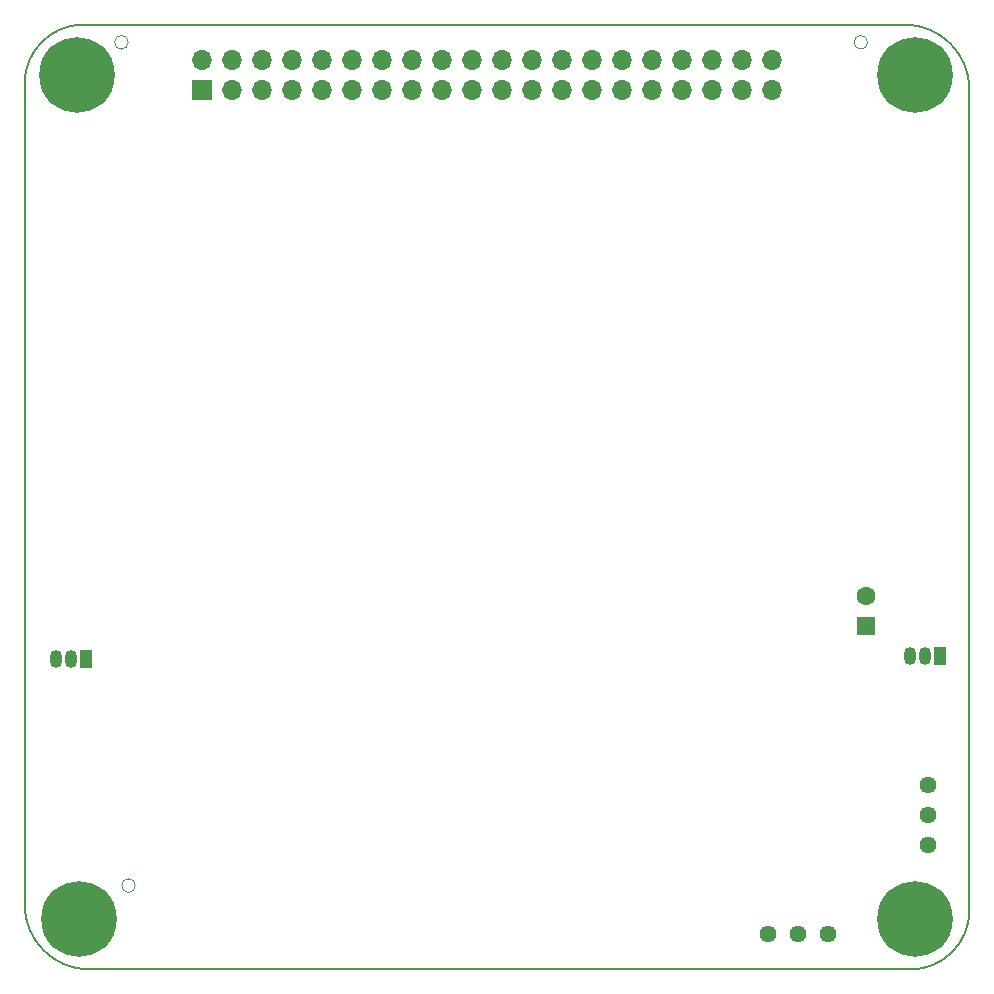
<source format=gbr>
G04 #@! TF.GenerationSoftware,KiCad,Pcbnew,(5.1.12-1-10_14)*
G04 #@! TF.CreationDate,2022-03-12T00:20:55-08:00*
G04 #@! TF.ProjectId,as3340,61733333-3430-42e6-9b69-6361645f7063,rev?*
G04 #@! TF.SameCoordinates,Original*
G04 #@! TF.FileFunction,Soldermask,Bot*
G04 #@! TF.FilePolarity,Negative*
%FSLAX46Y46*%
G04 Gerber Fmt 4.6, Leading zero omitted, Abs format (unit mm)*
G04 Created by KiCad (PCBNEW (5.1.12-1-10_14)) date 2022-03-12 00:20:55*
%MOMM*%
%LPD*%
G01*
G04 APERTURE LIST*
G04 #@! TA.AperFunction,Profile*
%ADD10C,0.050000*%
G04 #@! TD*
G04 #@! TA.AperFunction,Profile*
%ADD11C,0.150000*%
G04 #@! TD*
%ADD12C,1.600000*%
%ADD13R,1.600000X1.600000*%
%ADD14C,6.400000*%
%ADD15R,1.050000X1.500000*%
%ADD16O,1.050000X1.500000*%
%ADD17O,1.700000X1.700000*%
%ADD18R,1.700000X1.700000*%
%ADD19C,1.440000*%
G04 APERTURE END LIST*
D10*
X76376000Y-98400000D02*
G75*
G03*
X76376000Y-98400000I-576000J0D01*
G01*
X138376000Y-27000000D02*
G75*
G03*
X138376000Y-27000000I-576000J0D01*
G01*
X75776000Y-27000000D02*
G75*
G03*
X75776000Y-27000000I-576000J0D01*
G01*
D11*
X147000000Y-100500000D02*
X147000000Y-31000000D01*
X67000000Y-30500000D02*
X67000000Y-100000000D01*
X142000000Y-105500000D02*
X72500000Y-105500000D01*
X72500000Y-105500000D02*
G75*
G02*
X67000000Y-100000000I0J5500000D01*
G01*
X147000000Y-100500000D02*
G75*
G02*
X142000000Y-105500000I-5000000J0D01*
G01*
X72000000Y-25500000D02*
X141500000Y-25500000D01*
X67000000Y-30500000D02*
G75*
G02*
X72000000Y-25500000I5000000J0D01*
G01*
X141500000Y-25500000D02*
G75*
G02*
X147000000Y-31000000I0J-5500000D01*
G01*
D12*
X138200000Y-73900000D03*
D13*
X138200000Y-76400000D03*
D14*
X71600000Y-101200000D03*
D15*
X144500000Y-79000000D03*
D16*
X141960000Y-79000000D03*
X143230000Y-79000000D03*
D15*
X72200000Y-79200000D03*
D16*
X69660000Y-79200000D03*
X70930000Y-79200000D03*
D14*
X142400000Y-101200000D03*
X142400000Y-29800000D03*
X71400000Y-29800000D03*
D17*
X130260000Y-28460000D03*
X130260000Y-31000000D03*
X127720000Y-28460000D03*
X127720000Y-31000000D03*
X125180000Y-28460000D03*
X125180000Y-31000000D03*
X122640000Y-28460000D03*
X122640000Y-31000000D03*
X120100000Y-28460000D03*
X120100000Y-31000000D03*
X117560000Y-28460000D03*
X117560000Y-31000000D03*
X115020000Y-28460000D03*
X115020000Y-31000000D03*
X112480000Y-28460000D03*
X112480000Y-31000000D03*
X109940000Y-28460000D03*
X109940000Y-31000000D03*
X107400000Y-28460000D03*
X107400000Y-31000000D03*
X104860000Y-28460000D03*
X104860000Y-31000000D03*
X102320000Y-28460000D03*
X102320000Y-31000000D03*
X99780000Y-28460000D03*
X99780000Y-31000000D03*
X97240000Y-28460000D03*
X97240000Y-31000000D03*
X94700000Y-28460000D03*
X94700000Y-31000000D03*
X92160000Y-28460000D03*
X92160000Y-31000000D03*
X89620000Y-28460000D03*
X89620000Y-31000000D03*
X87080000Y-28460000D03*
X87080000Y-31000000D03*
X84540000Y-28460000D03*
X84540000Y-31000000D03*
X82000000Y-28460000D03*
D18*
X82000000Y-31000000D03*
D19*
X129920000Y-102500000D03*
X132460000Y-102500000D03*
X135000000Y-102500000D03*
X143500000Y-89920000D03*
X143500000Y-92460000D03*
X143500000Y-95000000D03*
M02*

</source>
